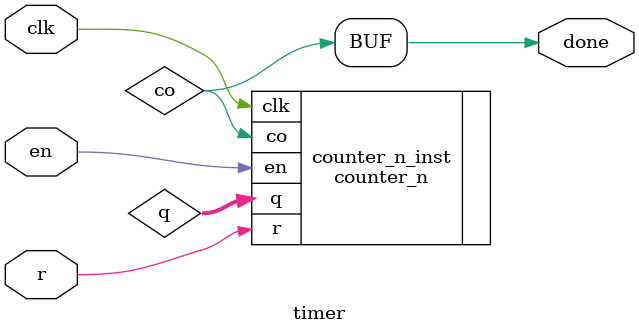
<source format=v>
module timer 
    #(
        parameter n = 12,
        parameter counter_bits = 4
    )  
    (
        input en,
        input r,
        input clk,
        output done
    );
    wire [counter_bits-1:0] q;
    wire co;
    counter_n #(
        .counter_bits(counter_bits),
        .n(n)
    ) counter_n_inst(
        .clk(clk),
        .en(en),
        .r(r),
        .q(q),
        .co(co)
    );
    assign done = co;
endmodule



</source>
